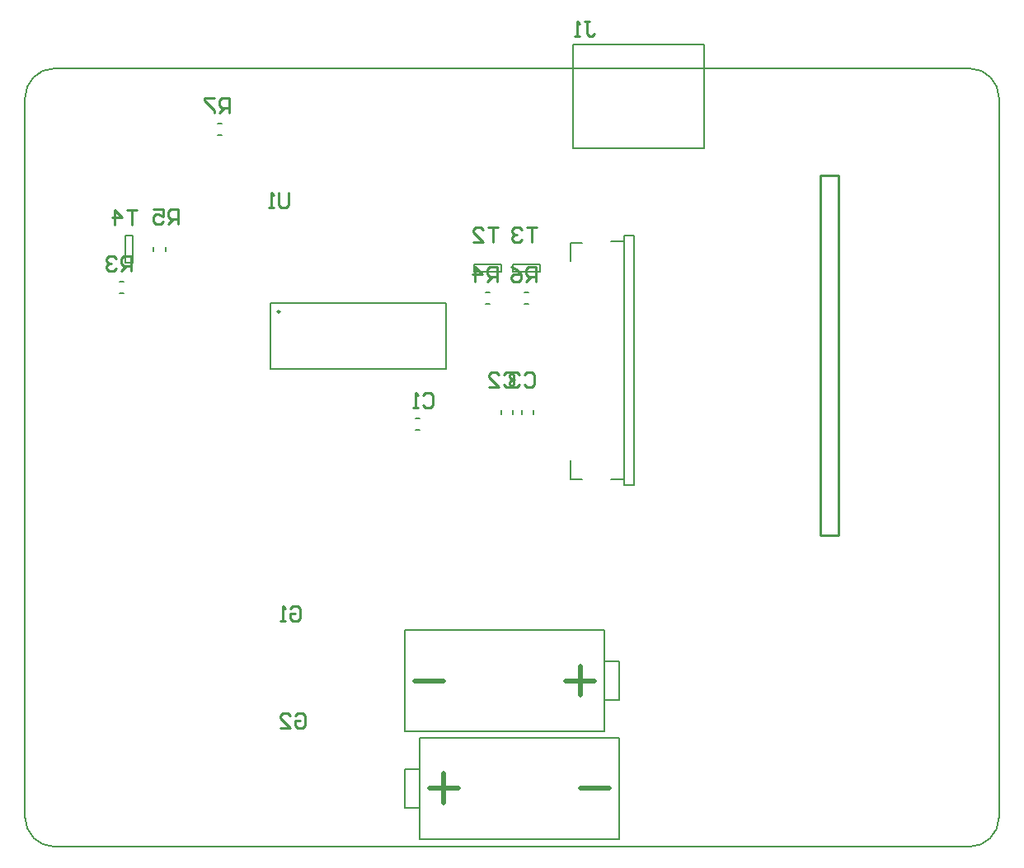
<source format=gbo>
G04*
G04 #@! TF.GenerationSoftware,Altium Limited,Altium Designer,19.0.10 (269)*
G04*
G04 Layer_Color=32896*
%FSLAX44Y44*%
%MOMM*%
G71*
G01*
G75*
%ADD10C,0.1500*%
%ADD11C,0.1524*%
%ADD13C,0.2540*%
%ADD21C,0.2500*%
%ADD39C,0.5000*%
D10*
X513000Y557957D02*
X517000D01*
X513000Y569958D02*
X517000D01*
X473000Y557957D02*
X477000D01*
X473000Y569958D02*
X477000D01*
X102500Y600500D02*
Y628500D01*
X110500Y600500D02*
Y628500D01*
X102500Y600500D02*
X110500D01*
X102500Y628500D02*
X110500D01*
X144000Y612500D02*
Y616500D01*
X132000Y612500D02*
Y616500D01*
X97000Y569000D02*
X101000D01*
X97000Y581000D02*
X101000D01*
X562500Y717800D02*
Y824800D01*
X697000Y717800D02*
Y824800D01*
X562500D02*
X697000D01*
X562500Y717800D02*
X697000D01*
X461000Y599000D02*
X489000D01*
X461000Y591000D02*
X489000D01*
X461000D02*
Y599000D01*
X489000Y591000D02*
Y599000D01*
X501000D02*
X529000D01*
X501000Y591000D02*
X529000D01*
X501000D02*
Y599000D01*
X529000Y591000D02*
Y599000D01*
X401000Y440000D02*
X405000D01*
X401000Y428000D02*
X405000D01*
X489000Y444500D02*
Y448500D01*
X501000Y444500D02*
Y448500D01*
X510042Y444500D02*
Y448500D01*
X522043Y444500D02*
Y448500D01*
X432000Y491000D02*
Y559000D01*
X252000Y491000D02*
Y559000D01*
Y491000D02*
X432000D01*
X252000Y559000D02*
X432000D01*
X198000Y743500D02*
X202000D01*
X198000Y731500D02*
X202000D01*
X595000Y190513D02*
X610000D01*
X595000Y150513D02*
X610000D01*
Y190513D01*
X390000Y118513D02*
Y222513D01*
Y118513D02*
X595000D01*
Y222513D01*
X390000D02*
X595000D01*
X390000Y40000D02*
X405000D01*
X390000Y80000D02*
X405000D01*
X390000Y40000D02*
Y80000D01*
X610000Y8000D02*
Y112000D01*
X405000D02*
X610000D01*
X405000Y8000D02*
Y112000D01*
Y8000D02*
X610000D01*
X0Y30000D02*
G03*
X30000Y0I30000J0D01*
G01*
X970046D02*
G03*
X1000000Y29954I0J29954D01*
G01*
Y770000D02*
G03*
X970000Y800000I-30000J0D01*
G01*
X30000D02*
G03*
X0Y770000I0J-30000D01*
G01*
X30000Y0D02*
X970046D01*
X1000000Y29954D02*
Y770000D01*
X30000Y800000D02*
X970000D01*
X0Y30000D02*
Y770000D01*
D11*
X625000Y372000D02*
Y628000D01*
X615000Y378000D02*
Y621000D01*
Y628000D01*
X615000D02*
X625000D01*
X560000Y621000D02*
X572000D01*
X560000Y602000D02*
Y621000D01*
Y378000D02*
Y397000D01*
X560000Y378000D02*
X572000D01*
X602000D02*
X615000D01*
Y372000D02*
X625000D01*
X615000D02*
Y378000D01*
X602000Y622000D02*
X615000D01*
D13*
X270530Y671901D02*
Y659205D01*
X267991Y656666D01*
X262912D01*
X260373Y659205D01*
Y671901D01*
X255295Y656666D02*
X250217D01*
X252756D01*
Y671901D01*
X255295Y669362D01*
X115154Y654485D02*
X104997D01*
X110076D01*
Y639250D01*
X92301D02*
Y654485D01*
X99919Y646868D01*
X89762D01*
X525758Y637071D02*
X515601D01*
X520680D01*
Y621836D01*
X510523Y634532D02*
X507984Y637071D01*
X502905D01*
X500366Y634532D01*
Y631993D01*
X502905Y629454D01*
X505445D01*
X502905D01*
X500366Y626914D01*
Y624375D01*
X502905Y621836D01*
X507984D01*
X510523Y624375D01*
X485700Y637071D02*
X475543D01*
X480622D01*
Y621836D01*
X460308D02*
X470465D01*
X460308Y631993D01*
Y634532D01*
X462847Y637071D01*
X467926D01*
X470465Y634532D01*
X209708Y754470D02*
Y769705D01*
X202090D01*
X199551Y767166D01*
Y762087D01*
X202090Y759548D01*
X209708D01*
X204630D02*
X199551Y754470D01*
X194473Y769705D02*
X184316D01*
Y767166D01*
X194473Y757009D01*
Y754470D01*
X524760Y580834D02*
Y596069D01*
X517142D01*
X514603Y593530D01*
Y588451D01*
X517142Y585912D01*
X524760D01*
X519682D02*
X514603Y580834D01*
X499368Y596069D02*
X504447Y593530D01*
X509525Y588451D01*
Y583373D01*
X506986Y580834D01*
X501907D01*
X499368Y583373D01*
Y585912D01*
X501907Y588451D01*
X509525D01*
X156748Y640432D02*
Y655667D01*
X149130D01*
X146591Y653128D01*
Y648049D01*
X149130Y645510D01*
X156748D01*
X151670D02*
X146591Y640432D01*
X131356Y655667D02*
X141513D01*
Y648049D01*
X136435Y650589D01*
X133895D01*
X131356Y648049D01*
Y642971D01*
X133895Y640432D01*
X138974D01*
X141513Y642971D01*
X484561Y580775D02*
Y596011D01*
X476943D01*
X474404Y593471D01*
Y588393D01*
X476943Y585854D01*
X484561D01*
X479482D02*
X474404Y580775D01*
X461708D02*
Y596011D01*
X469325Y588393D01*
X459169D01*
X108648Y591756D02*
Y606991D01*
X101031D01*
X98491Y604452D01*
Y599374D01*
X101031Y596834D01*
X108648D01*
X103570D02*
X98491Y591756D01*
X93413Y604452D02*
X90874Y606991D01*
X85795D01*
X83256Y604452D01*
Y601913D01*
X85795Y599374D01*
X88335D01*
X85795D01*
X83256Y596834D01*
Y594295D01*
X85795Y591756D01*
X90874D01*
X93413Y594295D01*
X574399Y848403D02*
X579478D01*
X576939D01*
Y835707D01*
X579478Y833168D01*
X582017D01*
X584556Y835707D01*
X569321Y833168D02*
X564243D01*
X566782D01*
Y848403D01*
X569321Y845864D01*
X277053Y134298D02*
X279592Y136837D01*
X284671D01*
X287210Y134298D01*
Y124141D01*
X284671Y121602D01*
X279592D01*
X277053Y124141D01*
Y129220D01*
X282132D01*
X261818Y121602D02*
X271975D01*
X261818Y131759D01*
Y134298D01*
X264357Y136837D01*
X269436D01*
X271975Y134298D01*
X271973Y244788D02*
X274513Y247327D01*
X279591D01*
X282130Y244788D01*
Y234631D01*
X279591Y232092D01*
X274513D01*
X271973Y234631D01*
Y239709D01*
X277052D01*
X266895Y232092D02*
X261817D01*
X264356D01*
Y247327D01*
X266895Y244788D01*
X512541Y485160D02*
X515080Y487699D01*
X520159D01*
X522698Y485160D01*
Y475003D01*
X520159Y472464D01*
X515080D01*
X512541Y475003D01*
X507463Y485160D02*
X504924Y487699D01*
X499845D01*
X497306Y485160D01*
Y482621D01*
X499845Y480081D01*
X502384D01*
X499845D01*
X497306Y477542D01*
Y475003D01*
X499845Y472464D01*
X504924D01*
X507463Y475003D01*
X491459Y485160D02*
X493998Y487699D01*
X499077D01*
X501616Y485160D01*
Y475003D01*
X499077Y472464D01*
X493998D01*
X491459Y475003D01*
X476224Y472464D02*
X486381D01*
X476224Y482621D01*
Y485160D01*
X478763Y487699D01*
X483842D01*
X486381Y485160D01*
X408657Y463618D02*
X411197Y466157D01*
X416275D01*
X418814Y463618D01*
Y453461D01*
X416275Y450922D01*
X411197D01*
X408657Y453461D01*
X403579Y450922D02*
X398501D01*
X401040D01*
Y466157D01*
X403579Y463618D01*
X817000Y690000D02*
X817000Y320000D01*
X835000D01*
X835000Y690000D02*
X835000Y320000D01*
X817000Y690000D02*
X835000D01*
D21*
X261550Y550000D02*
G03*
X261550Y550000I-1250J0D01*
G01*
D39*
X400000Y170513D02*
X430000D01*
X570000Y155513D02*
Y185513D01*
X555000Y170513D02*
X585000D01*
X570000Y60000D02*
X600000D01*
X430000Y45000D02*
Y75000D01*
X415000Y60000D02*
X445000D01*
M02*

</source>
